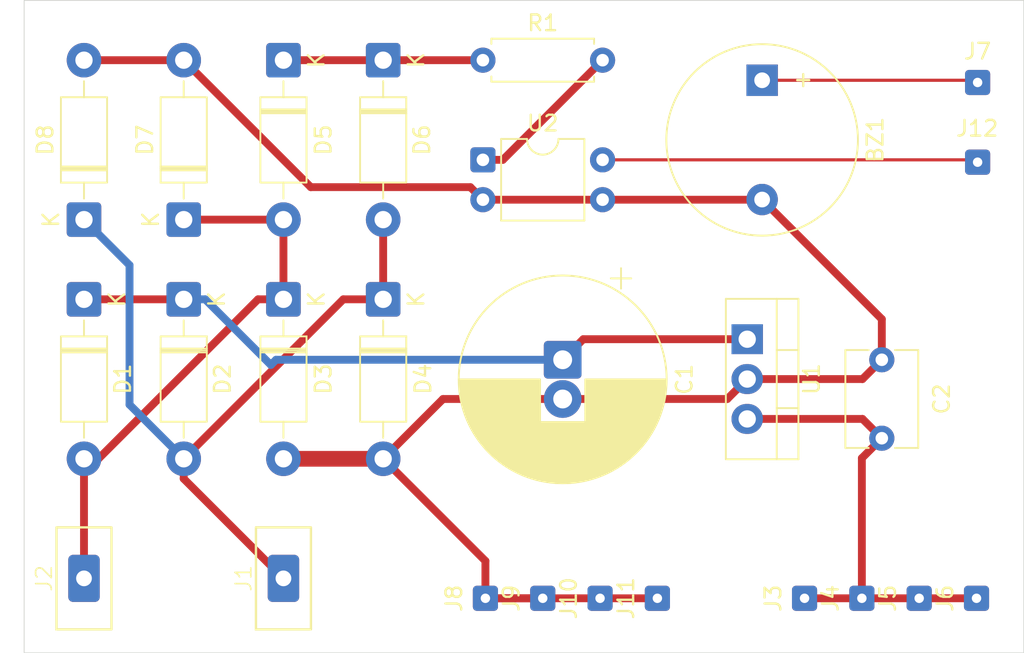
<source format=kicad_pcb>
(kicad_pcb (version 20241229) (generator "pcbnew") (generator_version "9.0")
  (layers (0 "F.Cu" signal) (2 "B.Cu" signal) (13 "F.Paste" user) (15 "B.Paste" user) (5 "F.SilkS" user "F.Silkscreen") (7 "B.SilkS" user "B.Silkscreen") (1 "F.Mask" user) (3 "B.Mask" user) (25 "Edge.Cuts" user))
  (net 0 "")
  (net 1 "/BUZZ")
  (net 2 "GND")
  (net 3 "Net-(D1-K)")
  (net 4 "+5V")
  (net 5 "NEUT 13")
  (net 6 "LINE 13")
  (net 7 "Net-(D5-K)")
  (net 8 "/ZERO")
  (net 9 "Net-(R1-Pad2)")
  (footprint "Diode_THT:D_DO-41_SOD81_P10.16mm_Horizontal" (layer "F.Cu") (at 44.45 83.82 -90)
    (property "Reference" "D2" (at 5.08 -2.47 90) (layer "F.SilkS"))
    (property "Value" "1N4007")
    (fp_line (start 1.34 0) (end 2.36 0) (stroke (width 0.12)) (layer "F.SilkS"))
    (fp_line (start 8.82 0) (end 7.8 0) (stroke (width 0.12)) (layer "F.SilkS"))
    (fp_line (start 3.14 -1.47) (end 3.14 1.47) (stroke (width 0.12)) (layer "F.SilkS"))
    (fp_line (start 3.26 -1.47) (end 3.26 1.47) (stroke (width 0.12)) (layer "F.SilkS"))
    (fp_line (start 3.38 -1.47) (end 3.38 1.47) (stroke (width 0.12)) (layer "F.SilkS"))
    (fp_rect (start 2.36 -1.47) (end 7.8 1.47) (stroke (width 0.12)) (fill no) (layer "F.SilkS"))
    (fp_text user "K" (at 0 -2.1 90) (layer "F.SilkS"))
    (pad "1" thru_hole roundrect (at 0 0 270) (size 2.2 2.2) (drill 1.1) (layers "*.Cu" "*.Mask") (roundrect_rratio 0.113636) (net 3 "Net-(D1-K)"))
    (pad "2" thru_hole circle (at 10.16 0 270) (size 2.2 2.2) (drill 1.1) (layers "*.Cu" "*.Mask") (net 6 "LINE 13"))
  )
  (footprint "Buzzer_Beeper:Buzzer_12x9.5RM7.6" (layer "F.Cu") (at 81.28 69.86 -90)
    (property "Reference" "BZ1" (at 3.8 -7.2 90) (layer "F.SilkS"))
    (property "Value" "Buzzer")
    (fp_circle (center 3.8 0) (end 9.9 0) (stroke (width 0.12)) (fill no) (layer "F.SilkS"))
    (fp_text user "+" (at -0.01 -2.54 90) (layer "F.SilkS"))
    (pad "1" thru_hole rect (at 0 0 270) (size 2 2) (drill 1) (layers "*.Cu" "*.Mask") (net 1 "/BUZZ"))
    (pad "2" thru_hole circle (at 7.6 0 270) (size 2 2) (drill 1) (layers "*.Cu" "*.Mask") (net 2 "GND"))
  )
  (footprint "Connector_Wire:SolderWire-0.1sqmm_1x01_D0.4mm_OD1mm" (layer "F.Cu") (at 95 70)
    (property "Reference" "J7" (at 0 -1.9812 0) (layer "F.SilkS"))
    (property "Value" "MCU")
    (pad "1" thru_hole roundrect (at 0 0) (size 1.6 1.6) (drill 0.6) (layers "*.Cu" "*.Mask") (roundrect_rratio 0.15625) (net 1 "/BUZZ"))
  )
  (footprint "Connector_Wire:SolderWire-0.1sqmm_1x01_D0.4mm_OD1mm" (layer "F.Cu") (at 63.66 102.87 90)
    (property "Reference" "J8" (at 0 -2 90) (layer "F.SilkS"))
    (property "Value" "MCU")
    (pad "1" thru_hole roundrect (at 0 0 90) (size 1.6 1.6) (drill 0.6) (layers "*.Cu" "*.Mask") (roundrect_rratio 0.15625) (net 2 "GND"))
  )
  (footprint "Connector_Wire:SolderWire-0.1sqmm_1x01_D0.4mm_OD1mm" (layer "F.Cu") (at 91.28 102.87 90)
    (property "Reference" "J5" (at 0 -2 90) (layer "F.SilkS"))
    (property "Value" "HALL")
    (pad "1" thru_hole roundrect (at 0 0 90) (size 1.6 1.6) (drill 0.6) (layers "*.Cu" "*.Mask") (roundrect_rratio 0.15625) (net 4 "+5V"))
  )
  (footprint "Connector_Wire:SolderWire-0.1sqmm_1x01_D0.4mm_OD1mm" (layer "F.Cu") (at 67.31 102.87 90)
    (property "Reference" "J9" (at 0 -2 90) (layer "F.SilkS"))
    (property "Value" "LCD")
    (pad "1" thru_hole roundrect (at 0 0 90) (size 1.6 1.6) (drill 0.6) (layers "*.Cu" "*.Mask") (roundrect_rratio 0.15625) (net 2 "GND"))
  )
  (footprint "Diode_THT:D_DO-41_SOD81_P10.16mm_Horizontal" (layer "F.Cu") (at 57.15 83.82 -90)
    (property "Reference" "D4" (at 5.08 -2.54 90) (layer "F.SilkS"))
    (property "Value" "1N4007")
    (fp_line (start 1.34 0) (end 2.36 0) (stroke (width 0.12)) (layer "F.SilkS"))
    (fp_line (start 8.82 0) (end 7.8 0) (stroke (width 0.12)) (layer "F.SilkS"))
    (fp_line (start 3.14 -1.47) (end 3.14 1.47) (stroke (width 0.12)) (layer "F.SilkS"))
    (fp_line (start 3.26 -1.47) (end 3.26 1.47) (stroke (width 0.12)) (layer "F.SilkS"))
    (fp_line (start 3.38 -1.47) (end 3.38 1.47) (stroke (width 0.12)) (layer "F.SilkS"))
    (fp_rect (start 2.36 -1.47) (end 7.8 1.47) (stroke (width 0.12)) (fill no) (layer "F.SilkS"))
    (fp_text user "K" (at 0 -2.1 90) (layer "F.SilkS"))
    (pad "1" thru_hole roundrect (at 0 0 270) (size 2.2 2.2) (drill 1.1) (layers "*.Cu" "*.Mask") (roundrect_rratio 0.113636) (net 6 "LINE 13"))
    (pad "2" thru_hole circle (at 10.16 0 270) (size 2.2 2.2) (drill 1.1) (layers "*.Cu" "*.Mask") (net 2 "GND"))
  )
  (footprint "Connector_Wire:SolderWire-0.1sqmm_1x01_D0.4mm_OD1mm" (layer "F.Cu") (at 83.98 102.87 90)
    (property "Reference" "J3" (at 0 -2 90) (layer "F.SilkS"))
    (property "Value" "MCU")
    (pad "1" thru_hole roundrect (at 0 0 90) (size 1.6 1.6) (drill 0.6) (layers "*.Cu" "*.Mask") (roundrect_rratio 0.15625) (net 4 "+5V"))
  )
  (footprint "Resistor_THT:R_Axial_DIN0207_L6.3mm_D2.5mm_P7.62mm_Horizontal" (layer "F.Cu") (at 63.5 68.58)
    (property "Reference" "R1" (at 3.81 -2.37 0) (layer "F.SilkS"))
    (property "Value" "550")
    (fp_line (start 0.54 -1.37) (end 7.08 -1.37) (stroke (width 0.12)) (layer "F.SilkS"))
    (fp_line (start 0.54 -1.04) (end 0.54 -1.37) (stroke (width 0.12)) (layer "F.SilkS"))
    (fp_line (start 0.54 1.04) (end 0.54 1.37) (stroke (width 0.12)) (layer "F.SilkS"))
    (fp_line (start 0.54 1.37) (end 7.08 1.37) (stroke (width 0.12)) (layer "F.SilkS"))
    (fp_line (start 7.08 -1.37) (end 7.08 -1.04) (stroke (width 0.12)) (layer "F.SilkS"))
    (fp_line (start 7.08 1.37) (end 7.08 1.04) (stroke (width 0.12)) (layer "F.SilkS"))
    (pad "1" thru_hole circle (at 0 0) (size 1.6 1.6) (drill 0.8) (layers "*.Cu" "*.Mask") (net 7 "Net-(D5-K)"))
    (pad "2" thru_hole circle (at 7.62 0) (size 1.6 1.6) (drill 0.8) (layers "*.Cu" "*.Mask") (net 9 "Net-(R1-Pad2)"))
  )
  (footprint "Connector_Wire:SolderWire-0.1sqmm_1x01_D0.4mm_OD1mm" (layer "F.Cu") (at 87.63 102.87 90)
    (property "Reference" "J4" (at 0 -2 90) (layer "F.SilkS"))
    (property "Value" "LCD")
    (pad "1" thru_hole roundrect (at 0 0 90) (size 1.6 1.6) (drill 0.6) (layers "*.Cu" "*.Mask") (roundrect_rratio 0.15625) (net 4 "+5V"))
  )
  (footprint "Diode_THT:D_DO-41_SOD81_P10.16mm_Horizontal" (layer "F.Cu") (at 50.8 83.82 -90)
    (property "Reference" "D3" (at 5.08 -2.54 90) (layer "F.SilkS"))
    (property "Value" "1N4007")
    (fp_line (start 1.34 0) (end 2.36 0) (stroke (width 0.12)) (layer "F.SilkS"))
    (fp_line (start 8.82 0) (end 7.8 0) (stroke (width 0.12)) (layer "F.SilkS"))
    (fp_line (start 3.14 -1.47) (end 3.14 1.47) (stroke (width 0.12)) (layer "F.SilkS"))
    (fp_line (start 3.26 -1.47) (end 3.26 1.47) (stroke (width 0.12)) (layer "F.SilkS"))
    (fp_line (start 3.38 -1.47) (end 3.38 1.47) (stroke (width 0.12)) (layer "F.SilkS"))
    (fp_rect (start 2.36 -1.47) (end 7.8 1.47) (stroke (width 0.12)) (fill no) (layer "F.SilkS"))
    (fp_text user "K" (at 0 -2.1 90) (layer "F.SilkS"))
    (pad "1" thru_hole roundrect (at 0 0 270) (size 2.2 2.2) (drill 1.1) (layers "*.Cu" "*.Mask") (roundrect_rratio 0.113636) (net 5 "NEUT 13"))
    (pad "2" thru_hole circle (at 10.16 0 270) (size 2.2 2.2) (drill 1.1) (layers "*.Cu" "*.Mask") (net 2 "GND"))
  )
  (footprint "Capacitor_THT:CP_Radial_D13.0mm_P2.50mm" (layer "F.Cu") (at 68.58 87.67 -90)
    (property "Reference" "C1" (at 1.25 -7.75 90) (layer "F.SilkS"))
    (property "Value" "1000u")
    (fp_line (start 1.25 1.44) (end 1.25 6.58) (stroke (width 0.12)) (layer "F.SilkS"))
    (fp_line (start 1.29 1.44) (end 1.29 6.58) (stroke (width 0.12)) (layer "F.SilkS"))
    (fp_line (start 1.33 1.44) (end 1.33 6.58) (stroke (width 0.12)) (layer "F.SilkS"))
    (fp_line (start 1.37 1.44) (end 1.37 6.579) (stroke (width 0.12)) (layer "F.SilkS"))
    (fp_line (start 1.41 1.44) (end 1.41 6.578) (stroke (width 0.12)) (layer "F.SilkS"))
    (fp_line (start 1.45 1.44) (end 1.45 6.577) (stroke (width 0.12)) (layer "F.SilkS"))
    (fp_line (start 1.49 1.44) (end 1.49 6.576) (stroke (width 0.12)) (layer "F.SilkS"))
    (fp_line (start 1.53 1.44) (end 1.53 6.574) (stroke (width 0.12)) (layer "F.SilkS"))
    (fp_line (start 1.57 1.44) (end 1.57 6.572) (stroke (width 0.12)) (layer "F.SilkS"))
    (fp_line (start 1.61 1.44) (end 1.61 6.57) (stroke (width 0.12)) (layer "F.SilkS"))
    (fp_line (start 1.65 1.44) (end 1.65 6.568) (stroke (width 0.12)) (layer "F.SilkS"))
    (fp_line (start 1.69 1.44) (end 1.69 6.565) (stroke (width 0.12)) (layer "F.SilkS"))
    (fp_line (start 1.73 1.44) (end 1.73 6.563) (stroke (width 0.12)) (layer "F.SilkS"))
    (fp_line (start 1.77 1.44) (end 1.77 6.56) (stroke (width 0.12)) (layer "F.SilkS"))
    (fp_line (start 1.81 1.44) (end 1.81 6.556) (stroke (width 0.12)) (layer "F.SilkS"))
    (fp_line (start 1.85 1.44) (end 1.85 6.553) (stroke (width 0.12)) (layer "F.SilkS"))
    (fp_line (start 1.89 1.44) (end 1.89 6.549) (stroke (width 0.12)) (layer "F.SilkS"))
    (fp_line (start 1.93 1.44) (end 1.93 6.545) (stroke (width 0.12)) (layer "F.SilkS"))
    (fp_line (start 1.97 1.44) (end 1.97 6.541) (stroke (width 0.12)) (layer "F.SilkS"))
    (fp_line (start 2.01 1.44) (end 2.01 6.536) (stroke (width 0.12)) (layer "F.SilkS"))
    (fp_line (start 2.05 1.44) (end 2.05 6.531) (stroke (width 0.12)) (layer "F.SilkS"))
    (fp_line (start 2.09 1.44) (end 2.09 6.526) (stroke (width 0.12)) (layer "F.SilkS"))
    (fp_line (start 2.13 1.44) (end 2.13 6.521) (stroke (width 0.12)) (layer "F.SilkS"))
    (fp_line (start 2.17 1.44) (end 2.17 6.516) (stroke (width 0.12)) (layer "F.SilkS"))
    (fp_line (start 2.21 1.44) (end 2.21 6.51) (stroke (width 0.12)) (layer "F.SilkS"))
    (fp_line (start 2.25 1.44) (end 2.25 6.504) (stroke (width 0.12)) (layer "F.SilkS"))
    (fp_line (start 2.29 1.44) (end 2.29 6.498) (stroke (width 0.12)) (layer "F.SilkS"))
    (fp_line (start 2.33 1.44) (end 2.33 6.491) (stroke (width 0.12)) (layer "F.SilkS"))
    (fp_line (start 2.37 1.44) (end 2.37 6.485) (stroke (width 0.12)) (layer "F.SilkS"))
    (fp_line (start 2.41 1.44) (end 2.41 6.478) (stroke (width 0.12)) (layer "F.SilkS"))
    (fp_line (start 2.45 1.44) (end 2.45 6.47) (stroke (width 0.12)) (layer "F.SilkS"))
    (fp_line (start 2.49 1.44) (end 2.49 6.463) (stroke (width 0.12)) (layer "F.SilkS"))
    (fp_line (start 2.53 1.44) (end 2.53 6.455) (stroke (width 0.12)) (layer "F.SilkS"))
    (fp_line (start 2.57 1.44) (end 2.57 6.447) (stroke (width 0.12)) (layer "F.SilkS"))
    (fp_line (start 2.61 1.44) (end 2.61 6.439) (stroke (width 0.12)) (layer "F.SilkS"))
    (fp_line (start 2.65 1.44) (end 2.65 6.43) (stroke (width 0.12)) (layer "F.SilkS"))
    (fp_line (start 2.69 1.44) (end 2.69 6.421) (stroke (width 0.12)) (layer "F.SilkS"))
    (fp_line (start 2.73 1.44) (end 2.73 6.412) (stroke (width 0.12)) (layer "F.SilkS"))
    (fp_line (start 2.77 1.44) (end 2.77 6.403) (stroke (width 0.12)) (layer "F.SilkS"))
    (fp_line (start 2.81 1.44) (end 2.81 6.394) (stroke (width 0.12)) (layer "F.SilkS"))
    (fp_line (start 2.85 1.44) (end 2.85 6.384) (stroke (width 0.12)) (layer "F.SilkS"))
    (fp_line (start 2.89 1.44) (end 2.89 6.374) (stroke (width 0.12)) (layer "F.SilkS"))
    (fp_line (start 2.93 1.44) (end 2.93 6.363) (stroke (width 0.12)) (layer "F.SilkS"))
    (fp_line (start 2.97 1.44) (end 2.97 6.353) (stroke (width 0.12)) (layer "F.SilkS"))
    (fp_line (start 3.01 1.44) (end 3.01 6.342) (stroke (width 0.12)) (layer "F.SilkS"))
    (fp_line (start 3.05 1.44) (end 3.05 6.331) (stroke (width 0.12)) (layer "F.SilkS"))
    (fp_line (start 3.09 1.44) (end 3.09 6.319) (stroke (width 0.12)) (layer "F.SilkS"))
    (fp_line (start 3.13 1.44) (end 3.13 6.307) (stroke (width 0.12)) (layer "F.SilkS"))
    (fp_line (start 3.17 1.44) (end 3.17 6.295) (stroke (width 0.12)) (layer "F.SilkS"))
    (fp_line (start 3.21 1.44) (end 3.21 6.283) (stroke (width 0.12)) (layer "F.SilkS"))
    (fp_line (start 3.25 1.44) (end 3.25 6.271) (stroke (width 0.12)) (layer "F.SilkS"))
    (fp_line (start 3.29 1.44) (end 3.29 6.258) (stroke (width 0.12)) (layer "F.SilkS"))
    (fp_line (start 3.33 1.44) (end 3.33 6.245) (stroke (width 0.12)) (layer "F.SilkS"))
    (fp_line (start 3.37 1.44) (end 3.37 6.231) (stroke (width 0.12)) (layer "F.SilkS"))
    (fp_line (start 3.41 1.44) (end 3.41 6.218) (stroke (width 0.12)) (layer "F.SilkS"))
    (fp_line (start 3.45 1.44) (end 3.45 6.204) (stroke (width 0.12)) (layer "F.SilkS"))
    (fp_line (start 3.49 1.44) (end 3.49 6.19) (stroke (width 0.12)) (layer "F.SilkS"))
    (fp_line (start 3.53 1.44) (end 3.53 6.175) (stroke (width 0.12)) (layer "F.SilkS"))
    (fp_line (start 3.57 1.44) (end 3.57 6.16) (stroke (width 0.12)) (layer "F.SilkS"))
    (fp_line (start 3.61 1.44) (end 3.61 6.145) (stroke (width 0.12)) (layer "F.SilkS"))
    (fp_line (start 3.65 1.44) (end 3.65 6.13) (stroke (width 0.12)) (layer "F.SilkS"))
    (fp_line (start 3.69 1.44) (end 3.69 6.114) (stroke (width 0.12)) (layer "F.SilkS"))
    (fp_line (start 3.73 1.44) (end 3.73 6.098) (stroke (width 0.12)) (layer "F.SilkS"))
    (fp_line (start 3.77 1.44) (end 3.77 6.082) (stroke (width 0.12)) (layer "F.SilkS"))
    (fp_line (start 3.81 1.44) (end 3.81 6.065) (stroke (width 0.12)) (layer "F.SilkS"))
    (fp_line (start 3.85 1.44) (end 3.85 6.048) (stroke (width 0.12)) (layer "F.SilkS"))
    (fp_line (start 3.89 1.44) (end 3.89 6.031) (stroke (width 0.12)) (layer "F.SilkS"))
    (fp_line (start 3.93 1.44) (end 3.93 6.013) (stroke (width 0.12)) (layer "F.SilkS"))
    (fp_line (start 7.85 -0.474) (end 7.85 0.474) (stroke (width 0.12)) (layer "F.SilkS"))
    (fp_line (start 7.81 -0.849) (end 7.81 0.849) (stroke (width 0.12)) (layer "F.SilkS"))
    (fp_line (start 7.77 -1.106) (end 7.77 1.106) (stroke (width 0.12)) (layer "F.SilkS"))
    (fp_line (start 7.73 -1.314) (end 7.73 1.314) (stroke (width 0.12)) (layer "F.SilkS"))
    (fp_line (start 7.69 -1.493) (end 7.69 1.493) (stroke (width 0.12)) (layer "F.SilkS"))
    (fp_line (start 7.65 -1.652) (end 7.65 1.652) (stroke (width 0.12)) (layer "F.SilkS"))
    (fp_line (start 7.61 -1.797) (end 7.61 1.797) (stroke (width 0.12)) (layer "F.SilkS"))
    (fp_line (start 7.57 -1.93) (end 7.57 1.93) (stroke (width 0.12)) (layer "F.SilkS"))
    (fp_line (start 7.53 -2.054) (end 7.53 2.054) (stroke (width 0.12)) (layer "F.SilkS"))
    (fp_line (start 7.49 -2.171) (end 7.49 2.171) (stroke (width 0.12)) (layer "F.SilkS"))
    (fp_line (start 7.45 -2.28) (end 7.45 2.28) (stroke (width 0.12)) (layer "F.SilkS"))
    (fp_line (start 7.41 -2.385) (end 7.41 2.385) (stroke (width 0.12)) (layer "F.SilkS"))
    (fp_line (start 7.37 -2.484) (end 7.37 2.484) (stroke (width 0.12)) (layer "F.SilkS"))
    (fp_line (start 7.33 -2.579) (end 7.33 2.579) (stroke (width 0.12)) (layer "F.SilkS"))
    (fp_line (start 7.29 -2.67) (end 7.29 2.67) (stroke (width 0.12)) (layer "F.SilkS"))
    (fp_line (start 7.25 -2.757) (end 7.25 2.757) (stroke (width 0.12)) (layer "F.SilkS"))
    (fp_line (start 7.21 -2.841) (end 7.21 2.841) (stroke (width 0.12)) (layer "F.SilkS"))
    (fp_line (start 7.17 -2.923) (end 7.17 2.923) (stroke (width 0.12)) (layer "F.SilkS"))
    (fp_line (start 7.13 -3.001) (end 7.13 3.001) (stroke (width 0.12)) (layer "F.SilkS"))
    (fp_line (start 7.09 -3.077) (end 7.09 3.077) (stroke (width 0.12)) (layer "F.SilkS"))
    (fp_line (start 7.05 -3.151) (end 7.05 3.151) (stroke (width 0.12)) (layer "F.SilkS"))
    (fp_line (start 7.01 -3.223) (end 7.01 3.223) (stroke (width 0.12)) (layer "F.SilkS"))
    (fp_line (start 6.97 -3.293) (end 6.97 3.293) (stroke (width 0.12)) (layer "F.SilkS"))
    (fp_line (start 6.93 -3.36) (end 6.93 3.36) (stroke (width 0.12)) (layer "F.SilkS"))
    (fp_line (start 6.89 -3.426) (end 6.89 3.426) (stroke (width 0.12)) (layer "F.SilkS"))
    (fp_line (start 6.85 -3.49) (end 6.85 3.49) (stroke (width 0.12)) (layer "F.SilkS"))
    (fp_line (start 6.81 -3.553) (end 6.81 3.553) (stroke (width 0.12)) (layer "F.SilkS"))
    (fp_line (start 6.77 -3.614) (end 6.77 3.614) (stroke (width 0.12)) (layer "F.SilkS"))
    (fp_line (start 6.73 -3.674) (end 6.73 3.674) (stroke (width 0.12)) (layer "F.SilkS"))
    (fp_line (start -5.834569 -3.715) (end -4.534569 -3.715) (stroke (width 0.12)) (layer "F.SilkS"))
    (fp_line (start 6.69 -3.732) (end 6.69 3.732) (stroke (width 0.12)) (layer "F.SilkS"))
    (fp_line (start 6.65 -3.789) (end 6.65 3.789) (stroke (width 0.12)) (layer "F.SilkS"))
    (fp_line (start 6.61 -3.845) (end 6.61 3.845) (stroke (width 0.12)) (layer "F.SilkS"))
    (fp_line (start 6.57 -3.9) (end 6.57 3.9) (stroke (width 0.12)) (layer "F.SilkS"))
    (fp_line (start 6.53 -3.953) (end 6.53 3.953) (stroke (width 0.12)) (layer "F.SilkS"))
    (fp_line (start 6.49 -4.006) (end 6.49 4.006) (stroke (width 0.12)) (layer "F.SilkS"))
    (fp_line (start 6.45 -4.057) (end 6.45 4.057) (stroke (width 0.12)) (layer "F.SilkS"))
    (fp_line (start 6.41 -4.107) (end 6.41 4.107) (stroke (width 0.12)) (layer "F.SilkS"))
    (fp_line (start 6.37 -4.156) (end 6.37 4.156) (stroke (width 0.12)) (layer "F.SilkS"))
    (fp_line (start 6.33 -4.205) (end 6.33 4.205) (stroke (width 0.12)) (layer "F.SilkS"))
    (fp_line (start 6.29 -4.252) (end 6.29 4.252) (stroke (width 0.12)) (layer "F.SilkS"))
    (fp_line (start 6.25 -4.299) (end 6.25 4.299) (stroke (width 0.12)) (layer "F.SilkS"))
    (fp_line (start 6.21 -4.344) (end 6.21 4.344) (stroke (width 0.12)) (layer "F.SilkS"))
    (fp_line (start -5.184569 -4.365) (end -5.184569 -3.065) (stroke (width 0.12)) (layer "F.SilkS"))
    (fp_line (start 6.17 -4.389) (end 6.17 4.389) (stroke (width 0.12)) (layer "F.SilkS"))
    (fp_line (start 6.13 -4.433) (end 6.13 4.433) (stroke (width 0.12)) (layer "F.SilkS"))
    (fp_line (start 6.09 -4.477) (end 6.09 4.477) (stroke (width 0.12)) (layer "F.SilkS"))
    (fp_line (start 6.05 -4.519) (end 6.05 4.519) (stroke (width 0.12)) (layer "F.SilkS"))
    (fp_line (start 6.01 -4.561) (end 6.01 4.561) (stroke (width 0.12)) (layer "F.SilkS"))
    (fp_line (start 5.97 -4.602) (end 5.97 4.602) (stroke (width 0.12)) (layer "F.SilkS"))
    (fp_line (start 5.93 -4.642) (end 5.93 4.642) (stroke (width 0.12)) (layer "F.SilkS"))
    (fp_line (start 5.89 -4.682) (end 5.89 4.682) (stroke (width 0.12)) (layer "F.SilkS"))
    (fp_line (start 5.85 -4.721) (end 5.85 4.721) (stroke (width 0.12)) (layer "F.SilkS"))
    (fp_line (start 5.81 -4.759) (end 5.81 4.759) (stroke (width 0.12)) (layer "F.SilkS"))
    (fp_line (start 5.77 -4.797) (end 5.77 4.797) (stroke (width 0.12)) (layer "F.SilkS"))
    (fp_line (start 5.73 -4.834) (end 5.73 4.834) (stroke (width 0.12)) (layer "F.SilkS"))
    (fp_line (start 5.69 -4.87) (end 5.69 4.87) (stroke (width 0.12)) (layer "F.SilkS"))
    (fp_line (start 5.65 -4.906) (end 5.65 4.906) (stroke (width 0.12)) (layer "F.SilkS"))
    (fp_line (start 5.61 -4.941) (end 5.61 4.941) (stroke (width 0.12)) (layer "F.SilkS"))
    (fp_line (start 5.57 -4.976) (end 5.57 4.976) (stroke (width 0.12)) (layer "F.SilkS"))
    (fp_line (start 5.53 -5.01) (end 5.53 5.01) (stroke (width 0.12)) (layer "F.SilkS"))
    (fp_line (start 5.49 -5.044) (end 5.49 5.044) (stroke (width 0.12)) (layer "F.SilkS"))
    (fp_line (start 5.45 -5.077) (end 5.45 5.077) (stroke (width 0.12)) (layer "F.SilkS"))
    (fp_line (start 5.41 -5.11) (end 5.41 5.11) (stroke (width 0.12)) (layer "F.SilkS"))
    (fp_line (start 5.37 -5.142) (end 5.37 5.142) (stroke (width 0.12)) (layer "F.SilkS"))
    (fp_line (start 5.33 -5.173) (end 5.33 5.173) (stroke (width 0.12)) (layer "F.SilkS"))
    (fp_line (start 5.29 -5.204) (end 5.29 5.204) (stroke (width 0.12)) (layer "F.SilkS"))
    (fp_line (start 5.25 -5.235) (end 5.25 5.235) (stroke (width 0.12)) (layer "F.SilkS"))
    (fp_line (start 5.21 -5.265) (end 5.21 5.265) (stroke (width 0.12)) (layer "F.SilkS"))
    (fp_line (start 5.17 -5.295) (end 5.17 5.295) (stroke (width 0.12)) (layer "F.SilkS"))
    (fp_line (start 5.13 -5.324) (end 5.13 5.324) (stroke (width 0.12)) (layer "F.SilkS"))
    (fp_line (start 5.09 -5.352) (end 5.09 5.352) (stroke (width 0.12)) (layer "F.SilkS"))
    (fp_line (start 5.05 -5.381) (end 5.05 5.381) (stroke (width 0.12)) (layer "F.SilkS"))
    (fp_line (start 5.01 -5.409) (end 5.01 5.409) (stroke (width 0.12)) (layer "F.SilkS"))
    (fp_line (start 4.97 -5.436) (end 4.97 5.436) (stroke (width 0.12)) (layer "F.SilkS"))
    (fp_line (start 4.93 -5.463) (end 4.93 5.463) (stroke (width 0.12)) (layer "F.SilkS"))
    (fp_line (start 4.89 -5.489) (end 4.89 5.489) (stroke (width 0.12)) (layer "F.SilkS"))
    (fp_line (start 4.85 -5.516) (end 4.85 5.516) (stroke (width 0.12)) (layer "F.SilkS"))
    (fp_line (start 4.81 -5.541) (end 4.81 5.541) (stroke (width 0.12)) (layer "F.SilkS"))
    (fp_line (start 4.77 -5.567) (end 4.77 5.567) (stroke (width 0.12)) (layer "F.SilkS"))
    (fp_line (start 4.73 -5.592) (end 4.73 5.592) (stroke (width 0.12)) (layer "F.SilkS"))
    (fp_line (start 4.69 -5.616) (end 4.69 5.616) (stroke (width 0.12)) (layer "F.SilkS"))
    (fp_line (start 4.65 -5.64) (end 4.65 5.64) (stroke (width 0.12)) (layer "F.SilkS"))
    (fp_line (start 4.61 -5.664) (end 4.61 5.664) (stroke (width 0.12)) (layer "F.SilkS"))
    (fp_line (start 4.57 -5.687) (end 4.57 5.687) (stroke (width 0.12)) (layer "F.SilkS"))
    (fp_line (start 4.53 -5.71) (end 4.53 5.71) (stroke (width 0.12)) (layer "F.SilkS"))
    (fp_line (start 4.49 -5.733) (end 4.49 5.733) (stroke (width 0.12)) (layer "F.SilkS"))
    (fp_line (start 4.45 -5.755) (end 4.45 5.755) (stroke (width 0.12)) (layer "F.SilkS"))
    (fp_line (start 4.41 -5.777) (end 4.41 5.777) (stroke (width 0.12)) (layer "F.SilkS"))
    (fp_line (start 4.37 -5.799) (end 4.37 5.799) (stroke (width 0.12)) (layer "F.SilkS"))
    (fp_line (start 4.33 -5.82) (end 4.33 5.82) (stroke (width 0.12)) (layer "F.SilkS"))
    (fp_line (start 4.29 -5.841) (end 4.29 5.841) (stroke (width 0.12)) (layer "F.SilkS"))
    (fp_line (start 4.25 -5.861) (end 4.25 5.861) (stroke (width 0.12)) (layer "F.SilkS"))
    (fp_line (start 4.21 -5.881) (end 4.21 5.881) (stroke (width 0.12)) (layer "F.SilkS"))
    (fp_line (start 4.17 -5.901) (end 4.17 5.901) (stroke (width 0.12)) (layer "F.SilkS"))
    (fp_line (start 4.13 -5.921) (end 4.13 5.921) (stroke (width 0.12)) (layer "F.SilkS"))
    (fp_line (start 4.09 -5.94) (end 4.09 5.94) (stroke (width 0.12)) (layer "F.SilkS"))
    (fp_line (start 4.05 -5.959) (end 4.05 5.959) (stroke (width 0.12)) (layer "F.SilkS"))
    (fp_line (start 4.01 -5.977) (end 4.01 5.977) (stroke (width 0.12)) (layer "F.SilkS"))
    (fp_line (start 3.97 -5.995) (end 3.97 5.995) (stroke (width 0.12)) (layer "F.SilkS"))
    (fp_line (start 3.93 -6.013) (end 3.93 -1.44) (stroke (width 0.12)) (layer "F.SilkS"))
    (fp_line (start 3.89 -6.031) (end 3.89 -1.44) (stroke (width 0.12)) (layer "F.SilkS"))
    (fp_line (start 3.85 -6.048) (end 3.85 -1.44) (stroke (width 0.12)) (layer "F.SilkS"))
    (fp_line (start 3.81 -6.065) (end 3.81 -1.44) (stroke (width 0.12)) (layer "F.SilkS"))
    (fp_line (start 3.77 -6.082) (end 3.77 -1.44) (stroke (width 0.12)) (layer "F.SilkS"))
    (fp_line (start 3.73 -6.098) (end 3.73 -1.44) (stroke (width 0.12)) (layer "F.SilkS"))
    (fp_line (start 3.69 -6.114) (end 3.69 -1.44) (stroke (width 0.12)) (layer "F.SilkS"))
    (fp_line (start 3.65 -6.13) (end 3.65 -1.44) (stroke (width 0.12)) (layer "F.SilkS"))
    (fp_line (start 3.61 -6.145) (end 3.61 -1.44) (stroke (width 0.12)) (layer "F.SilkS"))
    (fp_line (start 3.57 -6.16) (end 3.57 -1.44) (stroke (width 0.12)) (layer "F.SilkS"))
    (fp_line (start 3.53 -6.175) (end 3.53 -1.44) (stroke (width 0.12)) (layer "F.SilkS"))
    (fp_line (start 3.49 -6.19) (end 3.49 -1.44) (stroke (width 0.12)) (layer "F.SilkS"))
    (fp_line (start 3.45 -6.204) (end 3.45 -1.44) (stroke (width 0.12)) (layer "F.SilkS"))
    (fp_line (start 3.41 -6.218) (end 3.41 -1.44) (stroke (width 0.12)) (layer "F.SilkS"))
    (fp_line (start 3.37 -6.231) (end 3.37 -1.44) (stroke (width 0.12)) (layer "F.SilkS"))
    (fp_line (start 3.33 -6.245) (end 3.33 -1.44) (stroke (width 0.12)) (layer "F.SilkS"))
    (fp_line (start 3.29 -6.258) (end 3.29 -1.44) (stroke (width 0.12)) (layer "F.SilkS"))
    (fp_line (start 3.25 -6.271) (end 3.25 -1.44) (stroke (width 0.12)) (layer "F.SilkS"))
    (fp_line (start 3.21 -6.283) (end 3.21 -1.44) (stroke (width 0.12)) (layer "F.SilkS"))
    (fp_line (start 3.17 -6.295) (end 3.17 -1.44) (stroke (width 0.12)) (layer "F.SilkS"))
    (fp_line (start 3.13 -6.307) (end 3.13 -1.44) (stroke (width 0.12)) (layer "F.SilkS"))
    (fp_line (start 3.09 -6.319) (end 3.09 -1.44) (stroke (width 0.12)) (layer "F.SilkS"))
    (fp_line (start 3.05 -6.331) (end 3.05 -1.44) (stroke (width 0.12)) (layer "F.SilkS"))
    (fp_line (start 3.01 -6.342) (end 3.01 -1.44) (stroke (width 0.12)) (layer "F.SilkS"))
    (fp_line (start 2.97 -6.353) (end 2.97 -1.44) (stroke (width 0.12)) (layer "F.SilkS"))
    (fp_line (start 2.93 -6.363) (end 2.93 -1.44) (stroke (width 0.12)) (layer "F.SilkS"))
    (fp_line (start 2.89 -6.374) (end 2.89 -1.44) (stroke (width 0.12)) (layer "F.SilkS"))
    (fp_line (start 2.85 -6.384) (end 2.85 -1.44) (stroke (width 0.12)) (layer "F.SilkS"))
    (fp_line (start 2.81 -6.394) (end 2.81 -1.44) (stroke (width 0.12)) (layer "F.SilkS"))
    (fp_line (start 2.77 -6.403) (end 2.77 -1.44) (stroke (width 0.12)) (layer "F.SilkS"))
    (fp_line (start 2.73 -6.412) (end 2.73 -1.44) (stroke (width 0.12)) (layer "F.SilkS"))
    (fp_line (start 2.69 -6.421) (end 2.69 -1.44) (stroke (width 0.12)) (layer "F.SilkS"))
    (fp_line (start 2.65 -6.43) (end 2.65 -1.44) (stroke (width 0.12)) (layer "F.SilkS"))
    (fp_line (start 2.61 -6.439) (end 2.61 -1.44) (stroke (width 0.12)) (layer "F.SilkS"))
    (fp_line (start 2.57 -6.447) (end 2.57 -1.44) (stroke (width 0.12)) (layer "F.SilkS"))
    (fp_line (start 2.53 -6.455) (end 2.53 -1.44) (stroke (width 0.12)) (layer "F.SilkS"))
    (fp_line (start 2.49 -6.463) (end 2.49 -1.44) (stroke (width 0.12)) (layer "F.SilkS"))
    (fp_line (start 2.45 -6.47) (end 2.45 -1.44) (stroke (width 0.12)) (layer "F.SilkS"))
    (fp_line (start 2.41 -6.478) (end 2.41 -1.44) (stroke (width 0.12)) (layer "F.SilkS"))
    (fp_line (start 2.37 -6.485) (end 2.37 -1.44) (stroke (width 0.12)) (layer "F.SilkS"))
    (fp_line (start 2.33 -6.491) (end 2.33 -1.44) (stroke (width 0.12)) (layer "F.SilkS"))
    (fp_line (start 2.29 -6.498) (end 2.29 -1.44) (stroke (width 0.12)) (layer "F.SilkS"))
    (fp_line (start 2.25 -6.504) (end 2.25 -1.44) (stroke (width 0.12)) (layer "F.SilkS"))
    (fp_line (start 2.21 -6.51) (end 2.21 -1.44) (stroke (width 0.12)) (layer "F.SilkS"))
    (fp_line (start 2.17 -6.516) (end 2.17 -1.44) (stroke (width 0.12)) (layer "F.SilkS"))
    (fp_line (start 2.13 -6.521) (end 2.13 -1.44) (stroke (width 0.12)) (layer "F.SilkS"))
    (fp_line (start 2.09 -6.526) (end 2.09 -1.44) (stroke (width 0.12)) (layer "F.SilkS"))
    (fp_line (start 2.05 -6.531) (end 2.05 -1.44) (stroke (width 0.12)) (layer "F.SilkS"))
    (fp_line (start 2.01 -6.536) (end 2.01 -1.44) (stroke (width 0.12)) (layer "F.SilkS"))
    (fp_line (start 1.97 -6.541) (end 1.97 -1.44) (stroke (width 0.12)) (layer "F.SilkS"))
    (fp_line (start 1.93 -6.545) (end 1.93 -1.44) (stroke (width 0.12)) (layer "F.SilkS"))
    (fp_line (start 1.89 -6.549) (end 1.89 -1.44) (stroke (width 0.12)) (layer "F.SilkS"))
    (fp_line (start 1.85 -6.553) (end 1.85 -1.44) (stroke (width 0.12)) (layer "F.SilkS"))
    (fp_line (start 1.81 -6.556) (end 1.81 -1.44) (stroke (width 0.12)) (layer "F.SilkS"))
    (fp_line (start 1.77 -6.56) (end 1.77 -1.44) (stroke (width 0.12)) (layer "F.SilkS"))
    (fp_line (start 1.73 -6.563) (end 1.73 -1.44) (stroke (width 0.12)) (layer "F.SilkS"))
    (fp_line (start 1.69 -6.565) (end 1.69 -1.44) (stroke (width 0.12)) (layer "F.SilkS"))
    (fp_line (start 1.65 -6.568) (end 1.65 -1.44) (stroke (width 0.12)) (layer "F.SilkS"))
    (fp_line (start 1.61 -6.57) (end 1.61 -1.44) (stroke (width 0.12)) (layer "F.SilkS"))
    (fp_line (start 1.57 -6.572) (end 1.57 -1.44) (stroke (width 0.12)) (layer "F.SilkS"))
    (fp_line (start 1.53 -6.574) (end 1.53 -1.44) (stroke (width 0.12)) (layer "F.SilkS"))
    (fp_line (start 1.49 -6.576) (end 1.49 -1.44) (stroke (width 0.12)) (layer "F.SilkS"))
    (fp_line (start 1.45 -6.577) (end 1.45 -1.44) (stroke (width 0.12)) (layer "F.SilkS"))
    (fp_line (start 1.41 -6.578) (end 1.41 -1.44) (stroke (width 0.12)) (layer "F.SilkS"))
    (fp_line (start 1.37 -6.579) (end 1.37 -1.44) (stroke (width 0.12)) (layer "F.SilkS"))
    (fp_line (start 1.25 -6.58) (end 1.25 -1.44) (stroke (width 0.12)) (layer "F.SilkS"))
    (fp_line (start 1.29 -6.58) (end 1.29 -1.44) (stroke (width 0.12)) (layer "F.SilkS"))
    (fp_line (start 1.33 -6.58) (end 1.33 -1.44) (stroke (width 0.12)) (layer "F.SilkS"))
    (fp_circle (center 1.25 0) (end 7.87 0) (stroke (width 0.12)) (fill no) (layer "F.SilkS"))
    (pad "1" thru_hole roundrect (at 0 0 270) (size 2.4 2.4) (drill 1.2) (layers "*.Cu" "*.Mask") (roundrect_rratio 0.104167) (net 3 "Net-(D1-K)"))
    (pad "2" thru_hole circle (at 2.5 0 270) (size 2.4 2.4) (drill 1.2) (layers "*.Cu" "*.Mask") (net 2 "GND"))
  )
  (footprint "Package_TO_SOT_THT:TO-220-3_Vertical" (layer "F.Cu") (at 80.33 86.36 -90)
    (property "Reference" "U1" (at 2.54 -4.1 90) (layer "F.SilkS"))
    (property "Value" "L7805")
    (fp_line (start -2.57 1.36) (end -2.57 -3.26) (stroke (width 0.12)) (layer "F.SilkS"))
    (fp_line (start 7.65 1.36) (end -2.57 1.36) (stroke (width 0.12)) (layer "F.SilkS"))
    (fp_line (start -2.57 -1.88) (end 7.65 -1.88) (stroke (width 0.12)) (layer "F.SilkS"))
    (fp_line (start -2.57 -3.26) (end 7.65 -3.26) (stroke (width 0.12)) (layer "F.SilkS"))
    (fp_line (start 0.69 -3.26) (end 0.69 -1.88) (stroke (width 0.12)) (layer "F.SilkS"))
    (fp_line (start 4.39 -3.26) (end 4.39 -1.88) (stroke (width 0.12)) (layer "F.SilkS"))
    (fp_line (start 7.65 -3.26) (end 7.65 1.36) (stroke (width 0.12)) (layer "F.SilkS"))
    (pad "1" thru_hole rect (at 0 0 270) (size 1.905 2) (drill 1.1) (layers "*.Cu" "*.Mask") (net 3 "Net-(D1-K)"))
    (pad "2" thru_hole oval (at 2.54 0 270) (size 1.905 2) (drill 1.1) (layers "*.Cu" "*.Mask") (net 2 "GND"))
    (pad "3" thru_hole oval (at 5.08 0 270) (size 1.905 2) (drill 1.1) (layers "*.Cu" "*.Mask") (net 4 "+5V"))
  )
  (footprint "Diode_THT:D_DO-41_SOD81_P10.16mm_Horizontal" (layer "F.Cu") (at 57.15 68.58 -90)
    (property "Reference" "D6" (at 5.08 -2.47 90) (layer "F.SilkS"))
    (property "Value" "1N4007")
    (fp_line (start 1.34 0) (end 2.36 0) (stroke (width 0.12)) (layer "F.SilkS"))
    (fp_line (start 8.82 0) (end 7.8 0) (stroke (width 0.12)) (layer "F.SilkS"))
    (fp_line (start 3.14 -1.47) (end 3.14 1.47) (stroke (width 0.12)) (layer "F.SilkS"))
    (fp_line (start 3.26 -1.47) (end 3.26 1.47) (stroke (width 0.12)) (layer "F.SilkS"))
    (fp_line (start 3.38 -1.47) (end 3.38 1.47) (stroke (width 0.12)) (layer "F.SilkS"))
    (fp_rect (start 2.36 -1.47) (end 7.8 1.47) (stroke (width 0.12)) (fill no) (layer "F.SilkS"))
    (fp_text user "K" (at 0 -2.1 90) (layer "F.SilkS"))
    (pad "1" thru_hole roundrect (at 0 0 270) (size 2.2 2.2) (drill 1.1) (layers "*.Cu" "*.Mask") (roundrect_rratio 0.113636) (net 7 "Net-(D5-K)"))
    (pad "2" thru_hole circle (at 10.16 0 270) (size 2.2 2.2) (drill 1.1) (layers "*.Cu" "*.Mask") (net 6 "LINE 13"))
  )
  (footprint "EMI:Spade" (layer "F.Cu") (at 50.8 101.6 90)
    (property "Reference" "J1" (at 0 -2.54 90) (layer "F.SilkS") (effects (font (thickness 0.1))))
    (property "Value" "L")
    (fp_rect (start -3.25 -1.75) (end 3.25 1.75) (stroke (width 0.15)) (fill no) (layer "F.SilkS"))
    (pad "1" thru_hole roundrect (at 0 0 90) (size 3 2) (drill 1) (layers "*.Cu" "*.Mask") (roundrect_rratio 0.15) (net 6 "LINE 13"))
  )
  (footprint "Diode_THT:D_DO-41_SOD81_P10.16mm_Horizontal" (layer "F.Cu") (at 44.45 78.74 90)
    (property "Reference" "D7" (at 5.08 -2.47 90) (layer "F.SilkS"))
    (property "Value" "1N4007")
    (fp_line (start 3.38 -1.47) (end 3.38 1.47) (stroke (width 0.12)) (layer "F.SilkS"))
    (fp_line (start 3.26 -1.47) (end 3.26 1.47) (stroke (width 0.12)) (layer "F.SilkS"))
    (fp_line (start 3.14 -1.47) (end 3.14 1.47) (stroke (width 0.12)) (layer "F.SilkS"))
    (fp_line (start 8.82 0) (end 7.8 0) (stroke (width 0.12)) (layer "F.SilkS"))
    (fp_line (start 1.34 0) (end 2.36 0) (stroke (width 0.12)) (layer "F.SilkS"))
    (fp_rect (start 2.36 -1.47) (end 7.8 1.47) (stroke (width 0.12)) (fill no) (layer "F.SilkS"))
    (fp_text user "K" (at 0 -2.1 90) (layer "F.SilkS"))
    (pad "1" thru_hole roundrect (at 0 0 90) (size 2.2 2.2) (drill 1.1) (layers "*.Cu" "*.Mask") (roundrect_rratio 0.113636) (net 5 "NEUT 13"))
    (pad "2" thru_hole circle (at 10.16 0 90) (size 2.2 2.2) (drill 1.1) (layers "*.Cu" "*.Mask") (net 2 "GND"))
  )
  (footprint "Connector_Wire:SolderWire-0.1sqmm_1x01_D0.4mm_OD1mm" (layer "F.Cu") (at 94.93 102.87 90)
    (property "Reference" "J6" (at 0 -2 90) (layer "F.SilkS"))
    (property "Value" "EXTRA")
    (pad "1" thru_hole roundrect (at 0 0 90) (size 1.6 1.6) (drill 0.6) (layers "*.Cu" "*.Mask") (roundrect_rratio 0.15625) (net 4 "+5V"))
  )
  (footprint "Diode_THT:D_DO-41_SOD81_P10.16mm_Horizontal" (layer "F.Cu") (at 50.8 68.58 -90)
    (property "Reference" "D5" (at 5.08 -2.54 90) (layer "F.SilkS"))
    (property "Value" "1N4007")
    (fp_line (start 1.34 0) (end 2.36 0) (stroke (width 0.12)) (layer "F.SilkS"))
    (fp_line (start 8.82 0) (end 7.8 0) (stroke (width 0.12)) (layer "F.SilkS"))
    (fp_line (start 3.14 -1.47) (end 3.14 1.47) (stroke (width 0.12)) (layer "F.SilkS"))
    (fp_line (start 3.26 -1.47) (end 3.26 1.47) (stroke (width 0.12)) (layer "F.SilkS"))
    (fp_line (start 3.38 -1.47) (end 3.38 1.47) (stroke (width 0.12)) (layer "F.SilkS"))
    (fp_rect (start 2.36 -1.47) (end 7.8 1.47) (stroke (width 0.12)) (fill no) (layer "F.SilkS"))
    (fp_text user "K" (at 0 -2.1 90) (layer "F.SilkS"))
    (pad "1" thru_hole roundrect (at 0 0 270) (size 2.2 2.2) (drill 1.1) (layers "*.Cu" "*.Mask") (roundrect_rratio 0.113636) (net 7 "Net-(D5-K)"))
    (pad "2" thru_hole circle (at 10.16 0 270) (size 2.2 2.2) (drill 1.1) (layers "*.Cu" "*.Mask") (net 5 "NEUT 13"))
  )
  (footprint "Package_DIP:DIP-4_W7.62mm" (layer "F.Cu") (at 63.5 74.93)
    (property "Reference" "U2" (at 3.81 -2.33 0) (layer "F.SilkS"))
    (property "Value" "PC817")
    (fp_line (start 1.16 -1.33) (end 1.16 3.87) (stroke (width 0.12)) (layer "F.SilkS"))
    (fp_line (start 1.16 3.87) (end 6.46 3.87) (stroke (width 0.12)) (layer "F.SilkS"))
    (fp_line (start 2.81 -1.33) (end 1.16 -1.33) (stroke (width 0.12)) (layer "F.SilkS"))
    (fp_line (start 6.46 -1.33) (end 4.81 -1.33) (stroke (width 0.12)) (layer "F.SilkS"))
    (fp_line (start 6.46 3.87) (end 6.46 -1.33) (stroke (width 0.12)) (layer "F.SilkS"))
    (fp_arc (start 4.81 -1.33) (mid 3.81 -0.33) (end 2.81 -1.33) (stroke (width 0.12)) (layer "F.SilkS"))
    (pad "1" thru_hole roundrect (at 0 0) (size 1.6 1.6) (drill 0.8) (layers "*.Cu" "*.Mask") (roundrect_rratio 0.15625) (net 9 "Net-(R1-Pad2)"))
    (pad "2" thru_hole circle (at 0 2.54) (size 1.6 1.6) (drill 0.8) (layers "*.Cu" "*.Mask") (net 2 "GND"))
    (pad "3" thru_hole circle (at 7.62 2.54) (size 1.6 1.6) (drill 0.8) (layers "*.Cu" "*.Mask") (net 2 "GND"))
    (pad "4" thru_hole circle (at 7.62 0) (size 1.6 1.6) (drill 0.8) (layers "*.Cu" "*.Mask") (net 8 "/ZERO"))
  )
  (footprint "Diode_THT:D_DO-41_SOD81_P10.16mm_Horizontal" (layer "F.Cu") (at 38.1 78.74 90)
    (property "Reference" "D8" (at 5.08 -2.47 90) (layer "F.SilkS"))
    (property "Value" "1N4007")
    (fp_line (start 3.38 -1.47) (end 3.38 1.47) (stroke (width 0.12)) (layer "F.SilkS"))
    (fp_line (start 3.26 -1.47) (end 3.26 1.47) (stroke (width 0.12)) (layer "F.SilkS"))
    (fp_line (start 3.14 -1.47) (end 3.14 1.47) (stroke (width 0.12)) (layer "F.SilkS"))
    (fp_line (start 8.82 0) (end 7.8 0) (stroke (width 0.12)) (layer "F.SilkS"))
    (fp_line (start 1.34 0) (end 2.36 0) (stroke (width 0.12)) (layer "F.SilkS"))
    (fp_rect (start 2.36 -1.47) (end 7.8 1.47) (stroke (width 0.12)) (fill no) (layer "F.SilkS"))
    (fp_text user "K" (at 0 -2.1 90) (layer "F.SilkS"))
    (pad "1" thru_hole roundrect (at 0 0 90) (size 2.2 2.2) (drill 1.1) (layers "*.Cu" "*.Mask") (roundrect_rratio 0.113636) (net 6 "LINE 13"))
    (pad "2" thru_hole circle (at 10.16 0 90) (size 2.2 2.2) (drill 1.1) (layers "*.Cu" "*.Mask") (net 2 "GND"))
  )
  (footprint "Connector_Wire:SolderWire-0.1sqmm_1x01_D0.4mm_OD1mm" (layer "F.Cu") (at 74.61 102.87 90)
    (property "Reference" "J11" (at 0 -2 90) (layer "F.SilkS"))
    (property "Value" "EXTRA")
    (pad "1" thru_hole roundrect (at 0 0 90) (size 1.6 1.6) (drill 0.6) (layers "*.Cu" "*.Mask") (roundrect_rratio 0.15625) (net 2 "GND"))
  )
  (footprint "EMI:Spade" (layer "F.Cu") (at 38.1 101.6 90)
    (property "Reference" "J2" (at 0 -2.54 90) (layer "F.SilkS") (effects (font (thickness 0.1))))
    (property "Value" "N")
    (fp_rect (start -3.25 -1.75) (end 3.25 1.75) (stroke (width 0.15)) (fill no) (layer "F.SilkS"))
    (pad "1" thru_hole roundrect (at 0 0 90) (size 3 2) (drill 1) (layers "*.Cu" "*.Mask") (roundrect_rratio 0.15) (net 5 "NEUT 13"))
  )
  (footprint "Connector_Wire:SolderWire-0.1sqmm_1x01_D0.4mm_OD1mm" (layer "F.Cu") (at 70.96 102.87 90)
    (property "Reference" "J10" (at 0 -2 90) (layer "F.SilkS"))
    (property "Value" "HALL")
    (pad "1" thru_hole roundrect (at 0 0 90) (size 1.6 1.6) (drill 0.6) (layers "*.Cu" "*.Mask") (roundrect_rratio 0.15625) (net 2 "GND"))
  )
  (footprint "Connector_Wire:SolderWire-0.1sqmm_1x01_D0.4mm_OD1mm" (layer "F.Cu") (at 95 75.08)
    (property "Reference" "J12" (at -0.0254 -2.1514 0) (layer "F.SilkS"))
    (property "Value" "MCU")
    (pad "1" thru_hole roundrect (at 0 0) (size 1.6 1.6) (drill 0.6) (layers "*.Cu" "*.Mask") (roundrect_rratio 0.15625) (net 8 "/ZERO"))
  )
  (footprint "Diode_THT:D_DO-41_SOD81_P10.16mm_Horizontal" (layer "F.Cu") (at 38.1 83.82 -90)
    (property "Reference" "D1" (at 5.08 -2.47 90) (layer "F.SilkS"))
    (property "Value" "1N4007")
    (fp_line (start 1.34 0) (end 2.36 0) (stroke (width 0.12)) (layer "F.SilkS"))
    (fp_line (start 8.82 0) (end 7.8 0) (stroke (width 0.12)) (layer "F.SilkS"))
    (fp_line (start 3.14 -1.47) (end 3.14 1.47) (stroke (width 0.12)) (layer "F.SilkS"))
    (fp_line (start 3.26 -1.47) (end 3.26 1.47) (stroke (width 0.12)) (layer "F.SilkS"))
    (fp_line (start 3.38 -1.47) (end 3.38 1.47) (stroke (width 0.12)) (layer "F.SilkS"))
    (fp_rect (start 2.36 -1.47) (end 7.8 1.47) (stroke (width 0.12)) (fill no) (layer "F.SilkS"))
    (fp_text user "K" (at 0 -2.1 90) (layer "F.SilkS"))
    (pad "1" thru_hole roundrect (at 0 0 270) (size 2.2 2.2) (drill 1.1) (layers "*.Cu" "*.Mask") (roundrect_rratio 0.113636) (net 3 "Net-(D1-K)"))
    (pad "2" thru_hole circle (at 10.16 0 270) (size 2.2 2.2) (drill 1.1) (layers "*.Cu" "*.Mask") (net 5 "NEUT 13"))
  )
  (footprint "Capacitor_THT:C_Disc_D6.0mm_W4.4mm_P5.00mm" (layer "F.Cu") (at 88.9 92.67 90)
    (property "Reference" "C2" (at 2.5 3.81 90) (layer "F.SilkS"))
    (property "Value" "0.1u")
    (fp_line (start 5.62 -2.32) (end 5.62 -0.835) (stroke (width 0.12)) (layer "F.SilkS"))
    (fp_line (start -0.62 -2.32) (end 5.62 -2.32) (stroke (width 0.12)) (layer "F.SilkS"))
    (fp_line (start -0.62 -0.835) (end -0.62 -2.32) (stroke (width 0.12)) (layer "F.SilkS"))
    (fp_line (start 5.62 0.835) (end 5.62 2.32) (stroke (width 0.12)) (layer "F.SilkS"))
    (fp_line (start 5.62 2.32) (end -0.62 2.32) (stroke (width 0.12)) (layer "F.SilkS"))
    (fp_line (start -0.62 2.32) (end -0.62 0.835) (stroke (width 0.12)) (layer "F.SilkS"))
    (pad "1" thru_hole circle (at 0 0 90) (size 1.6 1.6) (drill 0.8) (layers "*.Cu" "*.Mask") (net 4 "+5V"))
    (pad "2" thru_hole circle (at 5 0 90) (size 1.6 1.6) (drill 0.8) (layers "*.Cu" "*.Mask") (net 2 "GND"))
  )
  (gr_rect (start 34.29 64.77) (end 97.938814 106.341186) (stroke (width 0.05)) (fill no) (layer "Edge.Cuts"))
  (segment (start 81.28 69.86) (end 94.86 69.86) (width 0.2) (layer "F.Cu") (net 1))
  (segment (start 94.86 69.86) (end 95 70) (width 0.2) (layer "F.Cu") (net 1))
  (segment (start 80.33 88.9) (end 79.06 90.17) (width 0.5) (layer "F.Cu") (net 2))
  (segment (start 60.96 90.17) (end 57.15 93.98) (width 0.5) (layer "F.Cu") (net 2))
  (segment (start 63.66 102.87) (end 67.31 102.87) (width 0.5) (layer "F.Cu") (net 2))
  (segment (start 79.06 90.17) (end 68.58 90.17) (width 0.5) (layer "F.Cu") (net 2))
  (segment (start 50.8 93.98) (end 57.15 93.98) (width 1) (layer "F.Cu") (net 2))
  (segment (start 81.27 77.47) (end 81.28 77.46) (width 0.5) (layer "F.Cu") (net 2))
  (segment (start 38.1 68.58) (end 44.45 68.58) (width 0.5) (layer "F.Cu") (net 2))
  (segment (start 63.66 102.87) (end 70.96 102.87) (width 0.5) (layer "F.Cu") (net 2))
  (segment (start 71.12 77.47) (end 81.27 77.47) (width 0.5) (layer "F.Cu") (net 2))
  (segment (start 80.33 88.9) (end 87.67 88.9) (width 0.5) (layer "F.Cu") (net 2))
  (segment (start 57.15 93.98) (end 63.66 100.49) (width 0.5) (layer "F.Cu") (net 2))
  (segment (start 63.5 77.47) (end 71.12 77.47) (width 0.5) (layer "F.Cu") (net 2))
  (segment (start 88.9 85.08) (end 88.9 87.67) (width 0.5) (layer "F.Cu") (net 2))
  (segment (start 81.28 77.46) (end 88.9 85.08) (width 0.5) (layer "F.Cu") (net 2))
  (segment (start 87.67 88.9) (end 88.9 87.67) (width 0.5) (layer "F.Cu") (net 2))
  (segment (start 63.5 77.47) (end 62.700001 76.670001) (width 0.5) (layer "F.Cu") (net 2))
  (segment (start 68.58 90.17) (end 60.96 90.17) (width 0.5) (layer "F.Cu") (net 2))
  (segment (start 70.96 102.87) (end 74.61 102.87) (width 0.5) (layer "F.Cu") (net 2))
  (segment (start 62.700001 76.670001) (end 52.540001 76.670001) (width 0.5) (layer "F.Cu") (net 2))
  (segment (start 52.540001 76.670001) (end 44.45 68.58) (width 0.5) (layer "F.Cu") (net 2))
  (segment (start 63.66 100.49) (end 63.66 102.87) (width 0.5) (layer "F.Cu") (net 2))
  (segment (start 38.1 83.82) (end 44.45 83.82) (width 0.5) (layer "F.Cu") (net 3))
  (segment (start 69.89 86.36) (end 68.58 87.67) (width 0.5) (layer "F.Cu") (net 3))
  (segment (start 80.33 86.36) (end 69.89 86.36) (width 0.5) (layer "F.Cu") (net 3))
  (segment (start 50.33 87.67) (end 68.58 87.67) (width 0.5) (layer "B.Cu") (net 3))
  (segment (start 44.45 83.82) (end 45.82 83.82) (width 0.5) (layer "B.Cu") (net 3))
  (segment (start 45.82 83.82) (end 50 88) (width 0.5) (layer "B.Cu") (net 3))
  (segment (start 50 88) (end 50.33 87.67) (width 0.5) (layer "B.Cu") (net 3))
  (segment (start 87.63 102.87) (end 87.63 93.94) (width 0.5) (layer "F.Cu") (net 4))
  (segment (start 87.63 93.94) (end 88.9 92.67) (width 0.5) (layer "F.Cu") (net 4))
  (segment (start 87.67 91.44) (end 88.9 92.67) (width 0.5) (layer "F.Cu") (net 4))
  (segment (start 91.28 102.87) (end 94.93 102.87) (width 0.5) (layer "F.Cu") (net 4))
  (segment (start 80.33 91.44) (end 87.67 91.44) (width 0.5) (layer "F.Cu") (net 4))
  (segment (start 83.98 102.87) (end 87.63 102.87) (width 0.5) (layer "F.Cu") (net 4))
  (segment (start 87.63 102.87) (end 91.28 102.87) (width 0.5) (layer "F.Cu") (net 4))
  (segment (start 39.02 93.98) (end 49.18 83.82) (width 0.5) (layer "F.Cu") (net 5))
  (segment (start 49.18 83.82) (end 50.8 83.82) (width 0.5) (layer "F.Cu") (net 5))
  (segment (start 38.1 93.98) (end 39.02 93.98) (width 0.5) (layer "F.Cu") (net 5))
  (segment (start 50.8 78.74) (end 50.8 83.82) (width 0.5) (layer "F.Cu") (net 5))
  (segment (start 38.1 101.6) (end 38.1 93.98) (width 0.5) (layer "F.Cu") (net 5))
  (segment (start 44.45 78.74) (end 50.8 78.74) (width 0.5) (layer "F.Cu") (net 5))
  (segment (start 44.45 95.25) (end 44.45 93.98) (width 0.5) (layer "F.Cu") (net 6))
  (segment (start 54.61 83.82) (end 44.45 93.98) (width 0.5) (layer "F.Cu") (net 6))
  (segment (start 50.8 101.6) (end 44.45 95.25) (width 0.5) (layer "F.Cu") (net 6))
  (segment (start 57.15 83.82) (end 54.61 83.82) (width 0.5) (layer "F.Cu") (net 6))
  (segment (start 57.15 78.74) (end 57.15 83.82) (width 0.5) (layer "F.Cu") (net 6))
  (segment (start 38.1 78.74) (end 41 81.64) (width 0.5) (layer "B.Cu") (net 6))
  (segment (start 41 81.64) (end 41 90.53) (width 0.5) (layer "B.Cu") (net 6))
  (segment (start 41 90.53) (end 44.45 93.98) (width 0.5) (layer "B.Cu") (net 6))
  (segment (start 57.15 68.58) (end 63.5 68.58) (width 0.5) (layer "F.Cu") (net 7))
  (segment (start 50.8 68.58) (end 57.15 68.58) (width 0.5) (layer "F.Cu") (net 7))
  (segment (start 94.85 74.93) (end 95 75.08) (width 0.2) (layer "F.Cu") (net 8))
  (segment (start 71.12 74.93) (end 94.85 74.93) (width 0.2) (layer "F.Cu") (net 8))
  (segment (start 64.77 74.93) (end 71.12 68.58) (width 0.5) (layer "F.Cu") (net 9))
  (segment (start 63.5 74.93) (end 64.77 74.93) (width 0.5) (layer "F.Cu") (net 9))
)
</source>
